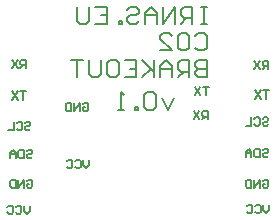
<source format=gbo>
G04*
G04 #@! TF.GenerationSoftware,Altium Limited,Altium Designer,18.1.9 (240)*
G04*
G04 Layer_Color=32896*
%FSAX25Y25*%
%MOIN*%
G70*
G01*
G75*
%ADD10C,0.00787*%
%ADD12C,0.00591*%
D10*
X0572813Y0238423D02*
X0570845Y0234487D01*
X0568877Y0238423D01*
X0566909Y0239407D02*
X0565925Y0240391D01*
X0563957D01*
X0562973Y0239407D01*
Y0235471D01*
X0563957Y0234487D01*
X0565925D01*
X0566909Y0235471D01*
Y0239407D01*
X0561005Y0234487D02*
Y0235471D01*
X0560021D01*
Y0234487D01*
X0561005D01*
X0556086D02*
X0554118D01*
X0555102D01*
Y0240391D01*
X0556086Y0239407D01*
X0583913Y0268891D02*
X0581945D01*
X0582929D01*
Y0262987D01*
X0583913D01*
X0581945D01*
X0578993D02*
Y0268891D01*
X0576041D01*
X0575057Y0267907D01*
Y0265939D01*
X0576041Y0264955D01*
X0578993D01*
X0577025D02*
X0575057Y0262987D01*
X0573089D02*
Y0268891D01*
X0569154Y0262987D01*
Y0268891D01*
X0567186Y0262987D02*
Y0266923D01*
X0565218Y0268891D01*
X0563250Y0266923D01*
Y0262987D01*
Y0265939D01*
X0567186D01*
X0557346Y0267907D02*
X0558330Y0268891D01*
X0560298D01*
X0561282Y0267907D01*
Y0266923D01*
X0560298Y0265939D01*
X0558330D01*
X0557346Y0264955D01*
Y0263971D01*
X0558330Y0262987D01*
X0560298D01*
X0561282Y0263971D01*
X0555378Y0262987D02*
Y0263971D01*
X0554395D01*
Y0262987D01*
X0555378D01*
X0546523Y0268891D02*
X0550459D01*
Y0262987D01*
X0546523D01*
X0550459Y0265939D02*
X0548491D01*
X0544555Y0268891D02*
Y0263971D01*
X0543571Y0262987D01*
X0541604D01*
X0540620Y0263971D01*
Y0268891D01*
X0579977Y0259181D02*
X0580961Y0260165D01*
X0582929D01*
X0583913Y0259181D01*
Y0255245D01*
X0582929Y0254261D01*
X0580961D01*
X0579977Y0255245D01*
X0575057Y0260165D02*
X0577025D01*
X0578009Y0259181D01*
Y0255245D01*
X0577025Y0254261D01*
X0575057D01*
X0574073Y0255245D01*
Y0259181D01*
X0575057Y0260165D01*
X0568170Y0254261D02*
X0572105D01*
X0568170Y0258197D01*
Y0259181D01*
X0569154Y0260165D01*
X0571122D01*
X0572105Y0259181D01*
X0583913Y0251191D02*
Y0245287D01*
X0580961D01*
X0579977Y0246271D01*
Y0247255D01*
X0580961Y0248239D01*
X0583913D01*
X0580961D01*
X0579977Y0249223D01*
Y0250207D01*
X0580961Y0251191D01*
X0583913D01*
X0578009Y0245287D02*
Y0251191D01*
X0575057D01*
X0574073Y0250207D01*
Y0248239D01*
X0575057Y0247255D01*
X0578009D01*
X0576041D02*
X0574073Y0245287D01*
X0572105D02*
Y0249223D01*
X0570138Y0251191D01*
X0568170Y0249223D01*
Y0245287D01*
Y0248239D01*
X0572105D01*
X0566202Y0251191D02*
Y0245287D01*
Y0247255D01*
X0562266Y0251191D01*
X0565218Y0248239D01*
X0562266Y0245287D01*
X0556362Y0251191D02*
X0560298D01*
Y0245287D01*
X0556362D01*
X0560298Y0248239D02*
X0558330D01*
X0551443Y0251191D02*
X0553411D01*
X0554395Y0250207D01*
Y0246271D01*
X0553411Y0245287D01*
X0551443D01*
X0550459Y0246271D01*
Y0250207D01*
X0551443Y0251191D01*
X0548491D02*
Y0246271D01*
X0547507Y0245287D01*
X0545539D01*
X0544555Y0246271D01*
Y0251191D01*
X0542587D02*
X0538652D01*
X0540620D01*
Y0245287D01*
D12*
X0523500Y0248400D02*
Y0251155D01*
X0522122D01*
X0521663Y0250696D01*
Y0249778D01*
X0522122Y0249318D01*
X0523500D01*
X0522582D02*
X0521663Y0248400D01*
X0520745Y0251155D02*
X0518908Y0248400D01*
Y0251155D02*
X0520745Y0248400D01*
X0523500Y0240655D02*
X0521663D01*
X0522582D01*
Y0237900D01*
X0520745Y0240655D02*
X0518908Y0237900D01*
Y0240655D02*
X0520745Y0237900D01*
X0523163Y0229996D02*
X0523623Y0230455D01*
X0524541D01*
X0525000Y0229996D01*
Y0229537D01*
X0524541Y0229078D01*
X0523623D01*
X0523163Y0228618D01*
Y0228159D01*
X0523623Y0227700D01*
X0524541D01*
X0525000Y0228159D01*
X0520408Y0229996D02*
X0520867Y0230455D01*
X0521786D01*
X0522245Y0229996D01*
Y0228159D01*
X0521786Y0227700D01*
X0520867D01*
X0520408Y0228159D01*
X0519490Y0230455D02*
Y0227700D01*
X0517653D01*
X0523763Y0220696D02*
X0524223Y0221155D01*
X0525141D01*
X0525600Y0220696D01*
Y0220237D01*
X0525141Y0219777D01*
X0524223D01*
X0523763Y0219318D01*
Y0218859D01*
X0524223Y0218400D01*
X0525141D01*
X0525600Y0218859D01*
X0522845Y0221155D02*
Y0218400D01*
X0521467D01*
X0521008Y0218859D01*
Y0220696D01*
X0521467Y0221155D01*
X0522845D01*
X0520090Y0218400D02*
Y0220237D01*
X0519172Y0221155D01*
X0518253Y0220237D01*
Y0218400D01*
Y0219777D01*
X0520090D01*
X0523763Y0210796D02*
X0524223Y0211255D01*
X0525141D01*
X0525600Y0210796D01*
Y0208959D01*
X0525141Y0208500D01*
X0524223D01*
X0523763Y0208959D01*
Y0209877D01*
X0524682D01*
X0522845Y0208500D02*
Y0211255D01*
X0521008Y0208500D01*
Y0211255D01*
X0520090D02*
Y0208500D01*
X0518712D01*
X0518253Y0208959D01*
Y0210796D01*
X0518712Y0211255D01*
X0520090D01*
X0524700Y0202555D02*
Y0200718D01*
X0523782Y0199800D01*
X0522863Y0200718D01*
Y0202555D01*
X0520108Y0202096D02*
X0520568Y0202555D01*
X0521486D01*
X0521945Y0202096D01*
Y0200259D01*
X0521486Y0199800D01*
X0520568D01*
X0520108Y0200259D01*
X0517353Y0202096D02*
X0517812Y0202555D01*
X0518731D01*
X0519190Y0202096D01*
Y0200259D01*
X0518731Y0199800D01*
X0517812D01*
X0517353Y0200259D01*
X0604500Y0202855D02*
Y0201018D01*
X0603582Y0200100D01*
X0602663Y0201018D01*
Y0202855D01*
X0599908Y0202396D02*
X0600367Y0202855D01*
X0601286D01*
X0601745Y0202396D01*
Y0200559D01*
X0601286Y0200100D01*
X0600367D01*
X0599908Y0200559D01*
X0597153Y0202396D02*
X0597612Y0202855D01*
X0598531D01*
X0598990Y0202396D01*
Y0200559D01*
X0598531Y0200100D01*
X0597612D01*
X0597153Y0200559D01*
X0602363Y0210796D02*
X0602822Y0211255D01*
X0603741D01*
X0604200Y0210796D01*
Y0208959D01*
X0603741Y0208500D01*
X0602822D01*
X0602363Y0208959D01*
Y0209877D01*
X0603282D01*
X0601445Y0208500D02*
Y0211255D01*
X0599608Y0208500D01*
Y0211255D01*
X0598690D02*
Y0208500D01*
X0597312D01*
X0596853Y0208959D01*
Y0210796D01*
X0597312Y0211255D01*
X0598690D01*
X0602363Y0220996D02*
X0602822Y0221455D01*
X0603741D01*
X0604200Y0220996D01*
Y0220537D01*
X0603741Y0220077D01*
X0602822D01*
X0602363Y0219618D01*
Y0219159D01*
X0602822Y0218700D01*
X0603741D01*
X0604200Y0219159D01*
X0601445Y0221455D02*
Y0218700D01*
X0600068D01*
X0599608Y0219159D01*
Y0220996D01*
X0600068Y0221455D01*
X0601445D01*
X0598690Y0218700D02*
Y0220537D01*
X0597772Y0221455D01*
X0596853Y0220537D01*
Y0218700D01*
Y0220077D01*
X0598690D01*
X0602363Y0231496D02*
X0602822Y0231955D01*
X0603741D01*
X0604200Y0231496D01*
Y0231037D01*
X0603741Y0230577D01*
X0602822D01*
X0602363Y0230118D01*
Y0229659D01*
X0602822Y0229200D01*
X0603741D01*
X0604200Y0229659D01*
X0599608Y0231496D02*
X0600068Y0231955D01*
X0600986D01*
X0601445Y0231496D01*
Y0229659D01*
X0600986Y0229200D01*
X0600068D01*
X0599608Y0229659D01*
X0598690Y0231955D02*
Y0229200D01*
X0596853D01*
X0604500Y0240955D02*
X0602663D01*
X0603582D01*
Y0238200D01*
X0601745Y0240955D02*
X0599908Y0238200D01*
Y0240955D02*
X0601745Y0238200D01*
X0604200Y0248100D02*
Y0250855D01*
X0602822D01*
X0602363Y0250396D01*
Y0249478D01*
X0602822Y0249018D01*
X0604200D01*
X0603282D02*
X0602363Y0248100D01*
X0601445Y0250855D02*
X0599608Y0248100D01*
Y0250855D02*
X0601445Y0248100D01*
X0542363Y0236296D02*
X0542823Y0236755D01*
X0543741D01*
X0544200Y0236296D01*
Y0234459D01*
X0543741Y0234000D01*
X0542823D01*
X0542363Y0234459D01*
Y0235378D01*
X0543282D01*
X0541445Y0234000D02*
Y0236755D01*
X0539608Y0234000D01*
Y0236755D01*
X0538690D02*
Y0234000D01*
X0537312D01*
X0536853Y0234459D01*
Y0236296D01*
X0537312Y0236755D01*
X0538690D01*
X0544500Y0217855D02*
Y0216018D01*
X0543582Y0215100D01*
X0542663Y0216018D01*
Y0217855D01*
X0539908Y0217396D02*
X0540368Y0217855D01*
X0541286D01*
X0541745Y0217396D01*
Y0215559D01*
X0541286Y0215100D01*
X0540368D01*
X0539908Y0215559D01*
X0537153Y0217396D02*
X0537612Y0217855D01*
X0538531D01*
X0538990Y0217396D01*
Y0215559D01*
X0538531Y0215100D01*
X0537612D01*
X0537153Y0215559D01*
X0584400Y0242155D02*
X0582563D01*
X0583482D01*
Y0239400D01*
X0581645Y0242155D02*
X0579808Y0239400D01*
Y0242155D02*
X0581645Y0239400D01*
X0584100Y0231300D02*
Y0234055D01*
X0582723D01*
X0582263Y0233596D01*
Y0232678D01*
X0582723Y0232218D01*
X0584100D01*
X0583182D02*
X0582263Y0231300D01*
X0581345Y0234055D02*
X0579508Y0231300D01*
Y0234055D02*
X0581345Y0231300D01*
M02*

</source>
